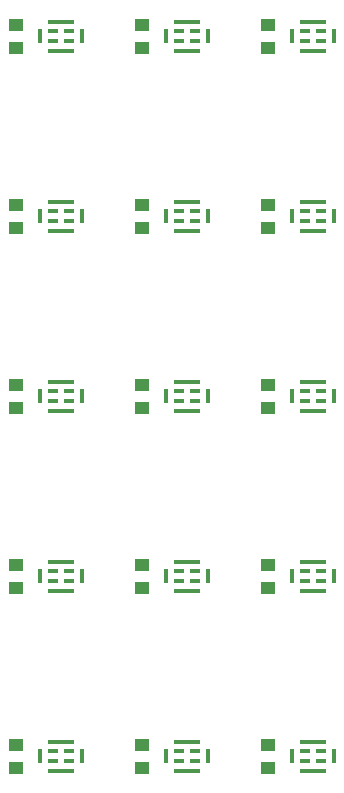
<source format=gbr>
G04 #@! TF.FileFunction,Paste,Top*
%FSLAX46Y46*%
G04 Gerber Fmt 4.6, Leading zero omitted, Abs format (unit mm)*
G04 Created by KiCad (PCBNEW no-vcs-found-product) date Qui 14 Abr 2016 10:23:32 BRT*
%MOMM*%
G01*
G04 APERTURE LIST*
%ADD10C,0.100000*%
%ADD11R,0.950000X0.450000*%
%ADD12R,2.300000X0.450000*%
%ADD13R,0.450000X1.300000*%
%ADD14R,1.250000X1.000000*%
G04 APERTURE END LIST*
D10*
D11*
X77383000Y-105327000D03*
X76033000Y-105327000D03*
X76033000Y-104477000D03*
X77383000Y-104477000D03*
D12*
X76708000Y-103677000D03*
X76708000Y-106177000D03*
D13*
X78483000Y-104902000D03*
X74933000Y-104902000D03*
D14*
X72898000Y-103902000D03*
X72898000Y-105902000D03*
X62230000Y-103902000D03*
X62230000Y-105902000D03*
X51562000Y-103902000D03*
X51562000Y-105902000D03*
D11*
X56047000Y-105327000D03*
X54697000Y-105327000D03*
X54697000Y-104477000D03*
X56047000Y-104477000D03*
D12*
X55372000Y-103677000D03*
X55372000Y-106177000D03*
D13*
X57147000Y-104902000D03*
X53597000Y-104902000D03*
D11*
X66715000Y-105327000D03*
X65365000Y-105327000D03*
X65365000Y-104477000D03*
X66715000Y-104477000D03*
D12*
X66040000Y-103677000D03*
X66040000Y-106177000D03*
D13*
X67815000Y-104902000D03*
X64265000Y-104902000D03*
D11*
X56047000Y-90087000D03*
X54697000Y-90087000D03*
X54697000Y-89237000D03*
X56047000Y-89237000D03*
D12*
X55372000Y-88437000D03*
X55372000Y-90937000D03*
D13*
X57147000Y-89662000D03*
X53597000Y-89662000D03*
D11*
X56047000Y-74847000D03*
X54697000Y-74847000D03*
X54697000Y-73997000D03*
X56047000Y-73997000D03*
D12*
X55372000Y-73197000D03*
X55372000Y-75697000D03*
D13*
X57147000Y-74422000D03*
X53597000Y-74422000D03*
D11*
X56047000Y-59607000D03*
X54697000Y-59607000D03*
X54697000Y-58757000D03*
X56047000Y-58757000D03*
D12*
X55372000Y-57957000D03*
X55372000Y-60457000D03*
D13*
X57147000Y-59182000D03*
X53597000Y-59182000D03*
D14*
X62230000Y-88662000D03*
X62230000Y-90662000D03*
X62230000Y-73422000D03*
X62230000Y-75422000D03*
X62230000Y-58182000D03*
X62230000Y-60182000D03*
X51562000Y-88662000D03*
X51562000Y-90662000D03*
X51562000Y-73422000D03*
X51562000Y-75422000D03*
X51562000Y-58182000D03*
X51562000Y-60182000D03*
D11*
X77383000Y-90087000D03*
X76033000Y-90087000D03*
X76033000Y-89237000D03*
X77383000Y-89237000D03*
D12*
X76708000Y-88437000D03*
X76708000Y-90937000D03*
D13*
X78483000Y-89662000D03*
X74933000Y-89662000D03*
D11*
X77383000Y-74847000D03*
X76033000Y-74847000D03*
X76033000Y-73997000D03*
X77383000Y-73997000D03*
D12*
X76708000Y-73197000D03*
X76708000Y-75697000D03*
D13*
X78483000Y-74422000D03*
X74933000Y-74422000D03*
D11*
X77383000Y-59607000D03*
X76033000Y-59607000D03*
X76033000Y-58757000D03*
X77383000Y-58757000D03*
D12*
X76708000Y-57957000D03*
X76708000Y-60457000D03*
D13*
X78483000Y-59182000D03*
X74933000Y-59182000D03*
D14*
X72898000Y-88662000D03*
X72898000Y-90662000D03*
X72898000Y-73422000D03*
X72898000Y-75422000D03*
X72898000Y-58182000D03*
X72898000Y-60182000D03*
D11*
X66715000Y-90087000D03*
X65365000Y-90087000D03*
X65365000Y-89237000D03*
X66715000Y-89237000D03*
D12*
X66040000Y-88437000D03*
X66040000Y-90937000D03*
D13*
X67815000Y-89662000D03*
X64265000Y-89662000D03*
D11*
X66715000Y-74847000D03*
X65365000Y-74847000D03*
X65365000Y-73997000D03*
X66715000Y-73997000D03*
D12*
X66040000Y-73197000D03*
X66040000Y-75697000D03*
D13*
X67815000Y-74422000D03*
X64265000Y-74422000D03*
D11*
X66715000Y-59607000D03*
X65365000Y-59607000D03*
X65365000Y-58757000D03*
X66715000Y-58757000D03*
D12*
X66040000Y-57957000D03*
X66040000Y-60457000D03*
D13*
X67815000Y-59182000D03*
X64265000Y-59182000D03*
D11*
X77383000Y-44367000D03*
X76033000Y-44367000D03*
X76033000Y-43517000D03*
X77383000Y-43517000D03*
D12*
X76708000Y-42717000D03*
X76708000Y-45217000D03*
D13*
X78483000Y-43942000D03*
X74933000Y-43942000D03*
D11*
X66715000Y-44367000D03*
X65365000Y-44367000D03*
X65365000Y-43517000D03*
X66715000Y-43517000D03*
D12*
X66040000Y-42717000D03*
X66040000Y-45217000D03*
D13*
X67815000Y-43942000D03*
X64265000Y-43942000D03*
D14*
X72898000Y-42942000D03*
X72898000Y-44942000D03*
X62230000Y-42942000D03*
X62230000Y-44942000D03*
D11*
X56047000Y-44367000D03*
X54697000Y-44367000D03*
X54697000Y-43517000D03*
X56047000Y-43517000D03*
D12*
X55372000Y-42717000D03*
X55372000Y-45217000D03*
D13*
X57147000Y-43942000D03*
X53597000Y-43942000D03*
D14*
X51562000Y-42942000D03*
X51562000Y-44942000D03*
M02*

</source>
